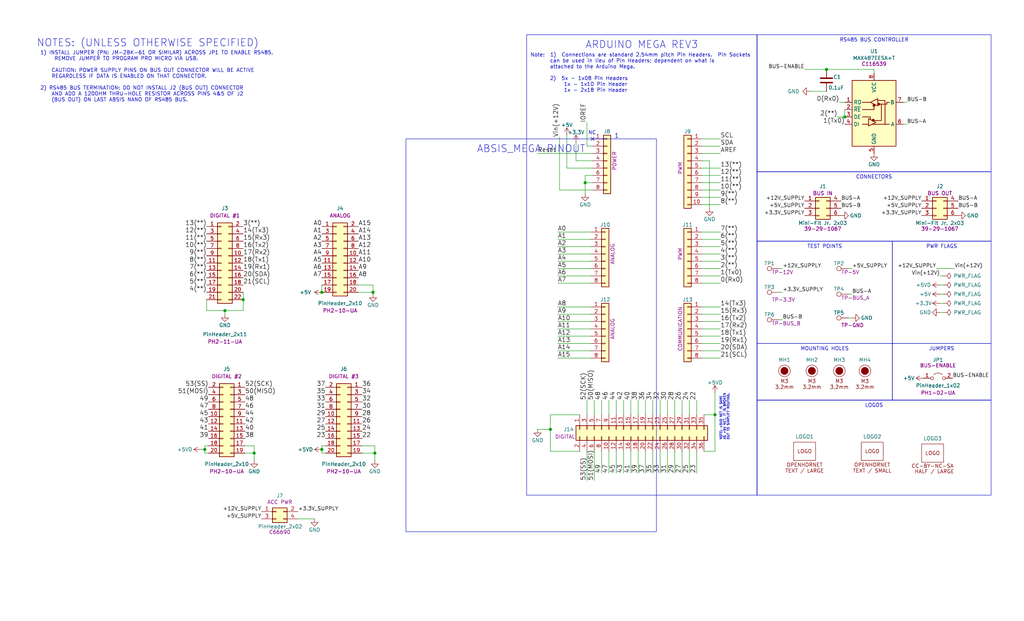
<source format=kicad_sch>
(kicad_sch (version 20231120) (generator "eeschema") (generator_version "8.0")
  (paper "USLegal")
  (title_block (title "ABSIS MEGA 2.0") (date "2023-05-15") (rev "2") (company "www.openhornet.com") (comment 1 "License:  CC BY-NC-SA"))
  (junction (at 78.105 107.95))
  (junction (at 130.175 157.48))
  (junction (at 129.54 101.6))
  (junction (at 203.2 63.5))
  (junction (at 111.76 156.21))
  (junction (at 71.12 156.21))
  (junction (at 293.37 40.64))
  (junction (at 88.265 157.48))
  (junction (at 191.135 149.225))
  (junction (at 84.455 104.14))
  (junction (at 287.02 24.13))
  (junction (at 111.76 101.6))
  (junction (at 248.285 144.145))
  (no_connect (at 205.74 48.26))
  (wire (pts (xy 246.38 55.88) (xy 243.84 55.88)))
  (wire (pts (xy 313.69 35.56) (xy 314.96 35.56)))
  (wire (pts (xy 250.19 85.725) (xy 243.84 85.725)))
  (wire (pts (xy 226.695 144.145) (xy 226.695 139.065)))
  (wire (pts (xy 236.855 144.145) (xy 236.855 139.065)))
  (wire (pts (xy 234.315 144.145) (xy 234.315 139.065)))
  (wire (pts (xy 250.19 111.76) (xy 243.84 111.76)))
  (wire (pts (xy 205.105 95.885) (xy 193.675 95.885)))
  (wire (pts (xy 208.915 144.145) (xy 208.915 139.065)))
  (wire (pts (xy 287.02 24.13) (xy 303.53 24.13)))
  (wire (pts (xy 290.83 40.64) (xy 293.37 40.64)))
  (wire (pts (xy 113.03 154.94) (xy 111.76 154.94)))
  (wire (pts (xy 193.675 88.265) (xy 205.105 88.265)))
  (wire (pts (xy 224.155 156.845) (xy 224.155 164.465)))
  (wire (pts (xy 224.155 144.145) (xy 224.155 139.065)))
  (wire (pts (xy 243.84 109.22) (xy 250.19 109.22)))
  (wire (pts (xy 241.935 156.845) (xy 241.935 164.465)))
  (wire (pts (xy 216.535 144.145) (xy 216.535 139.065)))
  (wire (pts (xy 88.265 157.48) (xy 88.265 160.02)))
  (wire (pts (xy 325.12 93.345) (xy 331.47 93.345)))
  (wire (pts (xy 250.19 80.645) (xy 243.84 80.645)))
  (wire (pts (xy 294.64 110.49) (xy 295.91 110.49)))
  (wire (pts (xy 206.375 156.845) (xy 206.375 167.005)))
  (wire (pts (xy 205.74 66.04) (xy 194.31 66.04)))
  (wire (pts (xy 71.12 154.94) (xy 72.39 154.94)))
  (wire (pts (xy 243.84 98.425) (xy 250.19 98.425)))
  (wire (pts (xy 243.84 119.38) (xy 250.19 119.38)))
  (wire (pts (xy 221.615 144.145) (xy 221.615 139.065)))
  (wire (pts (xy 303.53 24.13) (xy 303.53 25.4)))
  (wire (pts (xy 213.995 144.145) (xy 213.995 139.065)))
  (wire (pts (xy 205.105 80.645) (xy 193.675 80.645)))
  (wire (pts (xy 196.85 46.99) (xy 196.85 58.42)))
  (wire (pts (xy 193.675 98.425) (xy 205.105 98.425)))
  (wire (pts (xy 129.54 101.6) (xy 129.54 102.235)))
  (wire (pts (xy 111.76 99.06) (xy 111.76 101.6)))
  (wire (pts (xy 291.465 35.56) (xy 293.37 35.56)))
  (wire (pts (xy 250.19 60.96) (xy 243.84 60.96)))
  (wire (pts (xy 205.105 85.725) (xy 193.675 85.725)))
  (wire (pts (xy 201.295 156.845) (xy 191.135 156.845)))
  (wire (pts (xy 194.31 66.04) (xy 194.31 47.625)))
  (wire (pts (xy 239.395 144.145) (xy 239.395 139.065)))
  (wire (pts (xy 84.455 107.95) (xy 78.105 107.95)))
  (wire (pts (xy 130.175 154.94) (xy 130.175 157.48)))
  (wire (pts (xy 293.37 38.1) (xy 293.37 40.64)))
  (wire (pts (xy 208.915 156.845) (xy 208.915 164.465)))
  (wire (pts (xy 219.075 144.145) (xy 219.075 139.065)))
  (wire (pts (xy 248.285 144.145) (xy 248.285 156.845)))
  (wire (pts (xy 243.84 124.46) (xy 250.19 124.46)))
  (wire (pts (xy 243.84 48.26) (xy 250.19 48.26)))
  (wire (pts (xy 221.615 156.845) (xy 221.615 164.465)))
  (wire (pts (xy 326.39 99.06) (xy 327.66 99.06)))
  (wire (pts (xy 205.105 106.68) (xy 193.675 106.68)))
  (wire (pts (xy 111.76 156.21) (xy 111.76 157.48)))
  (wire (pts (xy 193.675 114.3) (xy 205.105 114.3)))
  (wire (pts (xy 71.12 157.48) (xy 71.12 156.21)))
  (wire (pts (xy 203.835 144.145) (xy 203.835 139.065)))
  (wire (pts (xy 193.675 109.22) (xy 205.105 109.22)))
  (wire (pts (xy 229.235 156.845) (xy 229.235 164.465)))
  (wire (pts (xy 186.69 149.225) (xy 191.135 149.225)))
  (wire (pts (xy 294.64 102.235) (xy 295.91 102.235)))
  (wire (pts (xy 248.285 136.525) (xy 248.285 144.145)))
  (wire (pts (xy 193.675 124.46) (xy 205.105 124.46)))
  (wire (pts (xy 216.535 156.845) (xy 216.535 164.465)))
  (wire (pts (xy 326.39 95.885) (xy 327.66 95.885)))
  (wire (pts (xy 231.775 144.145) (xy 231.775 139.065)))
  (wire (pts (xy 205.74 50.8) (xy 203.835 50.8)))
  (wire (pts (xy 243.84 58.42) (xy 250.19 58.42)))
  (wire (pts (xy 193.675 83.185) (xy 205.105 83.185)))
  (wire (pts (xy 243.84 66.04) (xy 250.19 66.04)))
  (wire (pts (xy 129.54 99.06) (xy 129.54 101.6)))
  (wire (pts (xy 243.84 88.265) (xy 250.19 88.265)))
  (wire (pts (xy 124.46 99.06) (xy 129.54 99.06)))
  (wire (pts (xy 281.305 31.75) (xy 287.02 31.75)))
  (wire (pts (xy 250.19 95.885) (xy 243.84 95.885)))
  (wire (pts (xy 231.775 156.845) (xy 231.775 164.465)))
  (wire (pts (xy 200.025 55.88) (xy 205.74 55.88)))
  (wire (pts (xy 88.265 157.48) (xy 85.09 157.48)))
  (wire (pts (xy 243.84 53.34) (xy 250.19 53.34)))
  (wire (pts (xy 295.91 93.345) (xy 294.64 93.345)))
  (wire (pts (xy 111.76 157.48) (xy 113.03 157.48)))
  (wire (pts (xy 270.51 101.6) (xy 271.78 101.6)))
  (wire (pts (xy 248.285 144.145) (xy 244.475 144.145)))
  (wire (pts (xy 271.78 111.125) (xy 270.51 111.125)))
  (wire (pts (xy 239.395 156.845) (xy 239.395 164.465)))
  (wire (pts (xy 243.84 83.185) (xy 250.19 83.185)))
  (wire (pts (xy 250.19 90.805) (xy 243.84 90.805)))
  (wire (pts (xy 241.935 144.145) (xy 241.935 139.065)))
  (wire (pts (xy 85.09 154.94) (xy 88.265 154.94)))
  (wire (pts (xy 84.455 104.14) (xy 84.455 107.95)))
  (wire (pts (xy 234.315 156.845) (xy 234.315 164.465)))
  (wire (pts (xy 203.2 60.96) (xy 203.2 63.5)))
  (wire (pts (xy 129.54 101.6) (xy 124.46 101.6)))
  (wire (pts (xy 243.84 63.5) (xy 250.19 63.5)))
  (wire (pts (xy 191.135 149.225) (xy 191.135 156.845)))
  (wire (pts (xy 211.455 156.845) (xy 211.455 164.465)))
  (wire (pts (xy 250.19 50.8) (xy 243.84 50.8)))
  (wire (pts (xy 205.105 121.92) (xy 193.675 121.92)))
  (wire (pts (xy 314.96 43.18) (xy 313.69 43.18)))
  (wire (pts (xy 243.84 71.12) (xy 250.19 71.12)))
  (wire (pts (xy 213.995 156.845) (xy 213.995 164.465)))
  (wire (pts (xy 205.105 90.805) (xy 193.675 90.805)))
  (wire (pts (xy 236.855 156.845) (xy 236.855 164.465)))
  (wire (pts (xy 203.835 50.8) (xy 203.835 42.545)))
  (wire (pts (xy 205.105 116.84) (xy 193.675 116.84)))
  (wire (pts (xy 250.19 116.84) (xy 243.84 116.84)))
  (wire (pts (xy 201.295 144.145) (xy 191.135 144.145)))
  (wire (pts (xy 211.455 144.145) (xy 211.455 139.065)))
  (wire (pts (xy 200.025 55.88) (xy 200.025 49.53)))
  (wire (pts (xy 243.84 93.345) (xy 250.19 93.345)))
  (wire (pts (xy 205.105 111.76) (xy 193.675 111.76)))
  (wire (pts (xy 78.105 107.95) (xy 71.755 107.95)))
  (wire (pts (xy 219.075 156.845) (xy 219.075 164.465)))
  (wire (pts (xy 191.135 144.145) (xy 191.135 149.225)))
  (wire (pts (xy 226.695 156.845) (xy 226.695 164.465)))
  (wire (pts (xy 326.39 105.41) (xy 327.66 105.41)))
  (wire (pts (xy 71.12 156.21) (xy 71.12 154.94)))
  (wire (pts (xy 250.19 121.92) (xy 243.84 121.92)))
  (wire (pts (xy 279.4 24.13) (xy 287.02 24.13)))
  (wire (pts (xy 326.39 102.235) (xy 327.66 102.235)))
  (wire (pts (xy 193.675 93.345) (xy 205.105 93.345)))
  (wire (pts (xy 243.84 114.3) (xy 250.19 114.3)))
  (wire (pts (xy 111.76 154.94) (xy 111.76 156.21)))
  (wire (pts (xy 205.74 63.5) (xy 203.2 63.5)))
  (wire (pts (xy 203.2 63.5) (xy 203.2 67.31)))
  (wire (pts (xy 205.74 60.96) (xy 203.2 60.96)))
  (wire (pts (xy 229.235 144.145) (xy 229.235 139.065)))
  (wire (pts (xy 71.12 156.21) (xy 69.85 156.21)))
  (wire (pts (xy 250.19 68.58) (xy 243.84 68.58)))
  (wire (pts (xy 125.73 154.94) (xy 130.175 154.94)))
  (wire (pts (xy 71.755 107.95) (xy 71.755 104.14)))
  (wire (pts (xy 246.38 72.39) (xy 246.38 55.88)))
  (wire (pts (xy 326.39 108.585) (xy 327.66 108.585)))
  (wire (pts (xy 206.375 144.145) (xy 206.375 139.065)))
  (wire (pts (xy 84.455 101.6) (xy 84.455 104.14)))
  (wire (pts (xy 72.39 157.48) (xy 71.12 157.48)))
  (wire (pts (xy 196.85 58.42) (xy 205.74 58.42)))
  (wire (pts (xy 130.175 157.48) (xy 130.175 160.02)))
  (wire (pts (xy 109.22 180.34) (xy 103.505 180.34)))
  (wire (pts (xy 78.105 107.95) (xy 78.105 109.22)))
  (wire (pts (xy 193.675 119.38) (xy 205.105 119.38)))
  (wire (pts (xy 248.285 156.845) (xy 244.475 156.845)))
  (wire (pts (xy 130.175 157.48) (xy 125.73 157.48)))
  (wire (pts (xy 270.51 93.345) (xy 271.78 93.345)))
  (wire (pts (xy 203.835 156.845) (xy 203.835 167.005)))
  (wire (pts (xy 88.265 154.94) (xy 88.265 157.48)))
  (wire (pts (xy 186.69 53.34) (xy 205.74 53.34)))
  (wire (pts (xy 250.19 106.68) (xy 243.84 106.68)))
  (text_box "PWR FLAGS" (at 309.88 83.82 0) (size 34.29 35.56) (effects (font (size 1.27 1.27)) (justify top)))
  (text_box "ABSIS_MEGA PINOUT" (at 140.97 48.26 0) (size 86.995 136.525) (effects (font (size 2.5 2.5)) (justify top)))
  (text_box "TEST POINTS" (at 262.89 83.82 0) (size 46.99 35.56) (effects (font (size 1.27 1.27)) (justify top)))
  (text_box "RS485 BUS CONTROLLER" (at 262.89 12.065 0) (size 81.28 47.625) (effects (font (size 1.27 1.27)) (justify top)))
  (text_box "MOUNTING HOLES" (at 262.89 119.38 0) (size 46.99 19.685) (effects (font (size 1.27 1.27)) (justify top)))
  (text_box "CONNECTORS" (at 262.89 59.69 0) (size 81.28 24.13) (effects (font (size 1.27 1.27)) (justify top)))
  (text_box "LOGOS" (at 262.89 139.065 0) (size 81.28 33.02) (effects (font (size 1.27 1.27)) (justify top)))
  (text_box "JUMPERS" (at 309.88 119.38 0) (size 34.29 19.685) (effects (font (size 1.27 1.27)) (justify top)))
  (text_box "ARDUINO MEGA REV3" (at 182.88 12.065 0) (size 80.01 160.02) (effects (font (size 2.5 2.5)) (justify top)))
  (text "NC" (at 207.01 46.99 0) (effects (font (size 1.27 1.27)) (justify right bottom)))
  (text "1) INSTALL JUMPER (PN: JM-2BK-61 OR SIMILAR) ACROSS JP1 TO ENABLE RS485.\n     REMOVE JUMPER TO PROGRAM PRO MICRO VIA USB.\n\n    CAUTION: POWER SUPPLY PINS ON BUS OUT CONNECTOR WILL BE ACTIVE \n    REGARDLESS IF DATA IS ENABLED ON THAT CONNECTOR.\n\n2) RS485 BUS TERMINATION: DO NOT INSTALL J2 (BUS OUT) CONNECTOR \n    AND ADD A 120OHM THRU-HOLE RESISTOR ACROSS PINS 4&5 OF J2 \n    (BUS OUT) ON LAST ABSIS NANO OF RS485 BUS." (at 13.97 35.56 0) (effects (font (size 1.27 1.27)) (justify left bottom)))
  (text "NOTES: (UNLESS OTHERWISE SPECIFIED)" (at 12.7 16.51 0) (effects (font (size 2.54 2.54)) (justify left bottom)))
  (text "Note:  1)  Connections are standard 2.54mm pitch Pin Headers.  Pin Sockets\n       can be used in lieu of Pin Headers; dependent on what is\n       attached to the Arduino Mega.\n\n       2)  5x - 1x08 Pin Headers\n            1x - 1x10 Pin Header\n            1x - 2x18 Pin Header\n     " (at 184.15 34.29 0) (effects (font (size 1.27 1.27)) (justify left bottom)))
  (text "1" (at 213.36 48.26 0) (effects (font (size 1.524 1.524)) (justify left bottom)))
  (text "NOTE: +5VD NET IS SAME \nAS +5V NET. IT IS BROKEN \nOUT TO SIMPLIFY ROUTING." (at 253.365 153.035 90) (effects (font (size 0.7874 0.7874)) (justify left bottom)))
  (label "Reset" (at 186.69 53.34 0) (effects (font (size 1.524 1.524))))
  (label "36" (at 125.73 134.62 0) (effects (font (size 1.524 1.524))))
  (label "SDA" (at 250.19 50.8 0) (effects (font (size 1.524 1.524))))
  (label "+3.3V_SUPPLY" (at 279.4 74.93 180))
  (label "17(Rx2)" (at 84.455 88.9 0) (effects (font (size 1.524 1.524))))
  (label "51(MOSI)" (at 206.375 167.005 90) (effects (font (size 1.524 1.524))))
  (label "8(**)" (at 71.755 91.44 180) (effects (font (size 1.524 1.524))))
  (label "A7" (at 193.675 98.425 0) (effects (font (size 1.524 1.524))))
  (label "7(**)" (at 250.19 80.645 0) (effects (font (size 1.524 1.524))))
  (label "+12V_SUPPLY" (at 325.12 93.345 180))
  (label "40" (at 85.09 149.86 0) (effects (font (size 1.524 1.524))))
  (label "36" (at 224.155 139.065 90) (effects (font (size 1.524 1.524))))
  (label "47" (at 211.455 164.465 90) (effects (font (size 1.524 1.524))))
  (label "7(**)" (at 71.755 93.98 180) (effects (font (size 1.524 1.524))))
  (label "10(**)" (at 250.19 66.04 0) (effects (font (size 1.524 1.524))))
  (label "15(Rx3)" (at 250.19 109.22 0) (effects (font (size 1.524 1.524))))
  (label "53(SS)" (at 203.835 167.005 90) (effects (font (size 1.524 1.524))))
  (label "4(**)" (at 250.19 88.265 0) (effects (font (size 1.524 1.524))))
  (label "9(**)" (at 71.755 88.9 180) (effects (font (size 1.524 1.524))))
  (label "4(**)" (at 71.755 101.6 180) (effects (font (size 1.524 1.524))))
  (label "13(**)" (at 71.755 78.74 180) (effects (font (size 1.524 1.524))))
  (label "A5" (at 111.76 91.44 180) (effects (font (size 1.524 1.524))))
  (label "22" (at 241.935 139.065 90) (effects (font (size 1.524 1.524))))
  (label "A2" (at 193.675 85.725 0) (effects (font (size 1.524 1.524))))
  (label "28" (at 125.73 144.78 0) (effects (font (size 1.524 1.524))))
  (label "A13" (at 124.46 83.82 0) (effects (font (size 1.524 1.524))))
  (label "45" (at 213.995 164.465 90) (effects (font (size 1.524 1.524))))
  (label "1(Tx0)" (at 250.19 95.885 0) (effects (font (size 1.524 1.524))))
  (label "42" (at 85.09 147.32 0) (effects (font (size 1.524 1.524))))
  (label "35" (at 226.695 164.465 90) (effects (font (size 1.524 1.524))))
  (label "23" (at 113.03 152.4 180) (effects (font (size 1.524 1.524))))
  (label "52(SCK)" (at 203.835 139.065 90) (effects (font (size 1.524 1.524))))
  (label "19(Rx1)" (at 250.19 119.38 0) (effects (font (size 1.524 1.524))))
  (label "32" (at 229.235 139.065 90) (effects (font (size 1.524 1.524))))
  (label "0(Rx0)" (at 291.465 35.56 180) (effects (font (size 1.524 1.524))))
  (label "A1" (at 111.76 81.28 180) (effects (font (size 1.524 1.524))))
  (label "BUS-B" (at 292.1 72.39 0))
  (label "50(MISO)" (at 85.09 137.16 0) (effects (font (size 1.524 1.524))))
  (label "A8" (at 193.675 106.68 0) (effects (font (size 1.524 1.524))))
  (label "38" (at 85.09 152.4 0) (effects (font (size 1.524 1.524))))
  (label "26" (at 125.73 147.32 0) (effects (font (size 1.524 1.524))))
  (label "A8" (at 124.46 96.52 0) (effects (font (size 1.524 1.524))))
  (label "34" (at 125.73 137.16 0) (effects (font (size 1.524 1.524))))
  (label "BUS-ENABLE" (at 279.4 24.13 180))
  (label "0(Rx0)" (at 250.19 98.425 0) (effects (font (size 1.524 1.524))))
  (label "49" (at 72.39 139.7 180) (effects (font (size 1.524 1.524))))
  (label "A6" (at 111.76 93.98 180) (effects (font (size 1.524 1.524))))
  (label "38" (at 221.615 139.065 90) (effects (font (size 1.524 1.524))))
  (label "33" (at 113.03 139.7 180) (effects (font (size 1.524 1.524))))
  (label "A5" (at 193.675 93.345 0) (effects (font (size 1.524 1.524))))
  (label "6(**)" (at 71.755 96.52 180) (effects (font (size 1.524 1.524))))
  (label "31" (at 231.775 164.465 90) (effects (font (size 1.524 1.524))))
  (label "39" (at 72.39 152.4 180) (effects (font (size 1.524 1.524))))
  (label "17(Rx2)" (at 250.19 114.3 0) (effects (font (size 1.524 1.524))))
  (label "5(**)" (at 71.755 99.06 180) (effects (font (size 1.524 1.524))))
  (label "+3.3V_SUPPLY" (at 320.04 74.93 180))
  (label "Vin(+12V)" (at 326.39 95.885 180))
  (label "18(Tx1)" (at 84.455 91.44 0) (effects (font (size 1.524 1.524))))
  (label "37" (at 224.155 164.465 90) (effects (font (size 1.524 1.524))))
  (label "Vin(+12V)" (at 194.31 47.625 90) (effects (font (size 1.524 1.524))))
  (label "SCL" (at 250.19 48.26 0) (effects (font (size 1.524 1.524))))
  (label "24" (at 125.73 149.86 0) (effects (font (size 1.524 1.524))))
  (label "32" (at 125.73 139.7 0) (effects (font (size 1.524 1.524))))
  (label "5(**)" (at 250.19 85.725 0) (effects (font (size 1.524 1.524))))
  (label "43" (at 72.39 147.32 180) (effects (font (size 1.524 1.524))))
  (label "A11" (at 193.675 114.3 0) (effects (font (size 1.524 1.524))))
  (label "52(SCK)" (at 85.09 134.62 0) (effects (font (size 1.524 1.524))))
  (label "A3" (at 193.675 88.265 0) (effects (font (size 1.524 1.524))))
  (label "A14" (at 193.675 121.92 0) (effects (font (size 1.524 1.524))))
  (label "11(**)" (at 71.755 83.82 180) (effects (font (size 1.524 1.524))))
  (label "25" (at 113.03 149.86 180) (effects (font (size 1.524 1.524))))
  (label "19(Rx1)" (at 84.455 93.98 0) (effects (font (size 1.524 1.524))))
  (label "A3" (at 111.76 86.36 180) (effects (font (size 1.524 1.524))))
  (label "41" (at 72.39 149.86 180) (effects (font (size 1.524 1.524))))
  (label "46" (at 85.09 142.24 0) (effects (font (size 1.524 1.524))))
  (label "+5V_SUPPLY" (at 279.4 72.39 180))
  (label "44" (at 85.09 144.78 0) (effects (font (size 1.524 1.524))))
  (label "12(**)" (at 250.19 60.96 0) (effects (font (size 1.524 1.524))))
  (label "50(MISO)" (at 206.375 139.065 90) (effects (font (size 1.524 1.524))))
  (label "2(**)" (at 290.83 40.64 180) (effects (font (size 1.524 1.524))))
  (label "2(**)" (at 250.19 93.345 0) (effects (font (size 1.524 1.524))))
  (label "14(Tx3)" (at 250.19 106.68 0) (effects (font (size 1.524 1.524))))
  (label "A7" (at 111.76 96.52 180) (effects (font (size 1.524 1.524))))
  (label "A6" (at 193.675 95.885 0) (effects (font (size 1.524 1.524))))
  (label "BUS-B" (at 332.74 72.39 0))
  (label "16(Tx2)" (at 84.455 86.36 0) (effects (font (size 1.524 1.524))))
  (label "27" (at 236.855 164.465 90) (effects (font (size 1.524 1.524))))
  (label "IOREF" (at 203.835 42.545 90) (effects (font (size 1.524 1.524))))
  (label "53(SS)" (at 72.39 134.62 180) (effects (font (size 1.524 1.524))))
  (label "BUS-B" (at 314.96 35.56 0))
  (label "AREF" (at 250.19 53.34 0) (effects (font (size 1.524 1.524))))
  (label "33" (at 229.235 164.465 90) (effects (font (size 1.524 1.524))))
  (label "44" (at 213.995 139.065 90) (effects (font (size 1.524 1.524))))
  (label "22" (at 125.73 152.4 0) (effects (font (size 1.524 1.524))))
  (label "+12V_SUPPLY" (at 271.78 93.345 0))
  (label "1(Tx0)" (at 293.37 43.18 180) (effects (font (size 1.524 1.524))))
  (label "29" (at 113.03 144.78 180) (effects (font (size 1.524 1.524))))
  (label "BUS-ENABLE" (at 330.835 131.445 0))
  (label "A15" (at 124.46 78.74 0) (effects (font (size 1.524 1.524))))
  (label "A12" (at 193.675 116.84 0) (effects (font (size 1.524 1.524))))
  (label "21(SCL)" (at 250.19 124.46 0) (effects (font (size 1.524 1.524))))
  (label "12(**)" (at 71.755 81.28 180) (effects (font (size 1.524 1.524))))
  (label "42" (at 216.535 139.065 90) (effects (font (size 1.524 1.524))))
  (label "26" (at 236.855 139.065 90) (effects (font (size 1.524 1.524))))
  (label "+3.3V_SUPPLY" (at 103.505 177.8 0))
  (label "24" (at 239.395 139.065 90) (effects (font (size 1.524 1.524))))
  (label "21(SCL)" (at 84.455 99.06 0) (effects (font (size 1.524 1.524))))
  (label "Vin(+12V)" (at 331.47 93.345 0))
  (label "3(**)" (at 84.455 78.74 0) (effects (font (size 1.524 1.524))))
  (label "34" (at 226.695 139.065 90) (effects (font (size 1.524 1.524))))
  (label "39" (at 221.615 164.465 90) (effects (font (size 1.524 1.524))))
  (label "+12V_SUPPLY" (at 90.805 177.8 180))
  (label "45" (at 72.39 144.78 180) (effects (font (size 1.524 1.524))))
  (label "A9" (at 193.675 109.22 0) (effects (font (size 1.524 1.524))))
  (label "9(**)" (at 250.19 68.58 0) (effects (font (size 1.524 1.524))))
  (label "37" (at 113.03 134.62 180) (effects (font (size 1.524 1.524))))
  (label "A14" (at 124.46 81.28 0) (effects (font (size 1.524 1.524))))
  (label "20(SDA)" (at 250.19 121.92 0) (effects (font (size 1.524 1.524))))
  (label "30" (at 231.775 139.065 90) (effects (font (size 1.524 1.524))))
  (label "40" (at 219.075 139.065 90) (effects (font (size 1.524 1.524))))
  (label "13(**)" (at 250.19 58.42 0) (effects (font (size 1.524 1.524))))
  (label "18(Tx1)" (at 250.19 116.84 0) (effects (font (size 1.524 1.524))))
  (label "48" (at 208.915 139.065 90) (effects (font (size 1.524 1.524))))
  (label "A2" (at 111.76 83.82 180) (effects (font (size 1.524 1.524))))
  (label "6(**)" (at 250.19 83.185 0) (effects (font (size 1.524 1.524))))
  (label "14(Tx3)" (at 84.455 81.28 0) (effects (font (size 1.524 1.524))))
  (label "A9" (at 124.46 93.98 0) (effects (font (size 1.524 1.524))))
  (label "A15" (at 193.675 124.46 0) (effects (font (size 1.524 1.524))))
  (label "+5V_SUPPLY" (at 90.805 180.34 180))
  (label "3(**)" (at 250.19 90.805 0) (effects (font (size 1.524 1.524))))
  (label "+3.3V_SUPPLY" (at 271.78 101.6 0))
  (label "BUS-A" (at 314.96 43.18 0))
  (label "30" (at 125.73 142.24 0) (effects (font (size 1.524 1.524))))
  (label "48" (at 85.09 139.7 0) (effects (font (size 1.524 1.524))))
  (label "BUS-A" (at 295.91 102.235 0))
  (label "A0" (at 111.76 78.74 180) (effects (font (size 1.524 1.524))))
  (label "15(Rx3)" (at 84.455 83.82 0) (effects (font (size 1.524 1.524))))
  (label "41" (at 219.075 164.465 90) (effects (font (size 1.524 1.524))))
  (label "+5V_SUPPLY" (at 320.04 72.39 180))
  (label "28" (at 234.315 139.065 90) (effects (font (size 1.524 1.524))))
  (label "25" (at 239.395 164.465 90) (effects (font (size 1.524 1.524))))
  (label "A10" (at 193.675 111.76 0) (effects (font (size 1.524 1.524))))
  (label "46" (at 211.455 139.065 90) (effects (font (size 1.524 1.524))))
  (label "49" (at 208.915 164.465 90) (effects (font (size 1.524 1.524))))
  (label "A1" (at 193.675 83.185 0) (effects (font (size 1.524 1.524))))
  (label "23" (at 241.935 164.465 90) (effects (font (size 1.524 1.524))))
  (label "A4" (at 111.76 88.9 180) (effects (font (size 1.524 1.524))))
  (label "A13" (at 193.675 119.38 0) (effects (font (size 1.524 1.524))))
  (label "+12V_SUPPLY" (at 279.4 69.85 180))
  (label "A4" (at 193.675 90.805 0) (effects (font (size 1.524 1.524))))
  (label "20(SDA)" (at 84.455 96.52 0) (effects (font (size 1.524 1.524))))
  (label "47" (at 72.39 142.24 180) (effects (font (size 1.524 1.524))))
  (label "+5V_SUPPLY" (at 295.91 93.345 0))
  (label "8(**)" (at 250.19 71.12 0) (effects (font (size 1.524 1.524))))
  (label "A10" (at 124.46 91.44 0) (effects (font (size 1.524 1.524))))
  (label "+12V_SUPPLY" (at 320.04 69.85 180))
  (label "16(Tx2)" (at 250.19 111.76 0) (effects (font (size 1.524 1.524))))
  (label "51(MOSI)" (at 72.39 137.16 180) (effects (font (size 1.524 1.524))))
  (label "10(**)" (at 71.755 86.36 180) (effects (font (size 1.524 1.524))))
  (label "31" (at 113.03 142.24 180) (effects (font (size 1.524 1.524))))
  (label "29" (at 234.315 164.465 90) (effects (font (size 1.524 1.524))))
  (label "A12" (at 124.46 86.36 0) (effects (font (size 1.524 1.524))))
  (label "BUS-A" (at 292.1 69.85 0))
  (label "A0" (at 193.675 80.645 0) (effects (font (size 1.524 1.524))))
  (label "35" (at 113.03 137.16 180) (effects (font (size 1.524 1.524))))
  (label "11(**)" (at 250.19 63.5 0) (effects (font (size 1.524 1.524))))
  (label "BUS-B" (at 271.78 111.125 0))
  (label "27" (at 113.03 147.32 180) (effects (font (size 1.524 1.524))))
  (label "43" (at 216.535 164.465 90) (effects (font (size 1.524 1.524))))
  (label "BUS-A" (at 332.74 69.85 0))
  (label "A11" (at 124.46 88.9 0) (effects (font (size 1.524 1.524))))
  (symbol (lib_id "OH_Symbols:Controller_MAX487E") (at 303.53 38.1 0) (unit 1)
    (property "Reference" "U1" (at 303.53 17.78 0))
    (property "Value" "MAX487EESA+T" (at 303.53 20.193 0))
    (property "Footprint" "OH_Footprints:SOIC-8_3.9x4.9mm_P1.27mm" (effects (hide yes)))
    (property "Datasheet" "https://datasheet.lcsc.com/szlcsc/Maxim-Integrated-MAX487EESA-T_C116539.pdf" (effects (hide yes)))
    (property "LCSC" "C116539" (at 303.53 22.225 0))
    (property "Manufacturer PN" "MAX487EESA+T" (effects (hide yes)))
  )
  (symbol (lib_id "OH_Symbols:PinHeader_2x02") (at 95.885 177.8 0) (unit 1)
    (property "Reference" "J7" (at 97.155 172.2882 0))
    (property "Value" "PinHeader_2x02" (at 97.282 183.007 0))
    (property "Footprint" "OH_Footprints:PinHeader_2x02_P2.54mm_Vertical" (effects (hide yes)))
    (property "Datasheet" "https://jlcpcb.com/partdetail/boomele_boom_Precision_elec-C66690/C66690" (effects (hide yes)))
    (property "LCSC" "C66690" (at 97.155 184.912 0))
    (property "Manufacturer PN" "C66690" (effects (hide yes)))
    (property "Silkscreen" "ACC PWR" (at 97.155 174.498 0))
  )
  (symbol (lib_id "power:GND") (at 109.22 180.34 0) (unit 1)
    (property "Reference" "#PWR06" (effects (hide yes)))
    (property "Value" "GND" (at 109.22 184.15 0))
  )
  (symbol (lib_id "OH_Symbols:Capacitor_0805_0.1uF") (at 287.02 27.94 0) (unit 1)
    (property "Reference" "C1" (at 289.3568 26.7716 0) (effects (justify left)))
    (property "Value" "0.1uF" (at 287.655 30.48 0) (effects (justify left)))
    (property "Footprint" "OH_Footprints:C_0805_2012Metric" (effects (hide yes)))
    (property "Datasheet" "https://datasheet.lcsc.com/szlcsc/YAGEO-CChttps://datasheet.lcsc.com/szlcsc/YAGEO-https://datasheet.lcsc.com/szlcsc/YAGEO-CC0805KRX7R9BB104_C49678.pdf" (effects (hide yes)))
    (property "LCSC" "C49678" (effects (hide yes)))
    (property "Manufacturer PN" "CC0805KRX7R9BB104" (effects (hide yes)))
  )
  (symbol (lib_id "power:GND") (at 281.305 31.75 270) (unit 1)
    (property "Reference" "#PWR014" (effects (hide yes)))
    (property "Value" "GND" (at 275.59 31.75 90))
  )
  (symbol (lib_id "OH_Symbols:PinHeader_2x10") (at 116.84 88.9 0) (unit 1)
    (property "Reference" "J4" (at 118.11 72.39 0))
    (property "Value" "PinHeader_2x10" (at 118.11 105.41 0))
    (property "Footprint" "OH_Footprints:PinHeader_2x10_P2.54mm_Vertical" (effects (hide yes)))
    (property "Datasheet" "https://app.adam-tech.com/products/download/data_sheet/202065/ph2-xx-ua-data-sheet.pdf" (effects (hide yes)))
    (property "Manufacturer PN" "PH2-10-UA" (at 118.11 107.95 0))
    (property "Silkscreen" "ANALOG" (at 118.11 74.93 0))
  )
  (symbol (lib_id "power:GND") (at 303.53 53.34 0) (unit 1)
    (property "Reference" "#PWR016" (effects (hide yes)))
    (property "Value" "GND" (at 303.53 57.15 0))
  )
  (symbol (lib_id "OH_Symbols:Molex_Mini-Fit_Jr._2x03") (at 285.75 72.39 0) (unit 1)
    (property "Reference" "J1" (at 285.75 64.77 0))
    (property "Value" "Mini-Fit Jr. 2x03" (at 285.7246 77.5208 0))
    (property "Footprint" "OH_Footprints:Molex_Mini-Fit_Jr_5569-06A1_2x03_P4.20mm_Horizontal" (effects (hide yes)))
    (property "Datasheet" "https://datasheet.lcsc.com/lcsc/2005291105_MOLEX-39299062_C505177.pdf" (effects (hide yes)))
    (property "LCSC" "C589019" (effects (hide yes)))
    (property "Manufacturer PN" "39-29-1067" (at 285.7246 79.5274 0))
    (property "Silkscreen" "BUS IN" (at 285.7246 67.183 0))
  )
  (symbol (lib_id "power:GND") (at 292.1 74.93 90) (unit 1)
    (property "Reference" "#PWR015" (effects (hide yes)))
    (property "Value" "GND" (at 297.18 74.93 90))
  )
  (symbol (lib_id "OH_Symbols:Molex_Mini-Fit_Jr._2x03") (at 326.39 72.39 0) (unit 1)
    (property "Reference" "J2" (at 326.39 64.77 0))
    (property "Value" "Mini-Fit Jr. 2x03" (at 326.3646 77.5208 0))
    (property "Footprint" "OH_Footprints:Molex_Mini-Fit_Jr_5569-06A1_2x03_P4.20mm_Horizontal" (effects (hide yes)))
    (property "Datasheet" "https://datasheet.lcsc.com/lcsc/2005291105_MOLEX-39299062_C505177.pdf" (effects (hide yes)))
    (property "LCSC" "C589019" (effects (hide yes)))
    (property "Manufacturer PN" "39-29-1067" (at 326.3646 79.5274 0))
    (property "Silkscreen" "BUS OUT" (at 326.3646 67.183 0))
  )
  (symbol (lib_id "power:GND") (at 332.74 74.93 90) (unit 1)
    (property "Reference" "#PWR021" (effects (hide yes)))
    (property "Value" "GND" (at 337.82 74.93 90))
  )
  (symbol (lib_id "power:GND") (at 130.175 160.02 0) (unit 1)
    (property "Reference" "#PWR010" (effects (hide yes)))
    (property "Value" "GND" (at 130.175 163.83 0))
  )
  (symbol (lib_id "OH_Symbols:PinHeader_2x10") (at 80.01 144.78 0) (mirror y) (unit 1)
    (property "Reference" "J5" (at 78.74 128.27 0))
    (property "Value" "PinHeader_2x10" (at 78.74 161.29 0))
    (property "Footprint" "OH_Footprints:PinHeader_2x10_P2.54mm_Vertical" (effects (hide yes)))
    (property "Datasheet" "https://app.adam-tech.com/products/download/data_sheet/202065/ph2-xx-ua-data-sheet.pdf" (effects (hide yes)))
    (property "Manufacturer PN" "PH2-10-UA" (at 78.74 163.83 0))
    (property "Silkscreen" "DIGITAL #2" (at 78.74 130.81 0))
  )
  (symbol (lib_id "OH_Symbols:PinHeader_2x11") (at 76.835 91.44 0) (unit 1)
    (property "Reference" "J3" (at 78.105 72.39 0))
    (property "Value" "PinHeader_2x11" (at 78.105 116.205 0))
    (property "Footprint" "OH_Footprints:PinHeader_2x11_P2.54mm_Vertical" (effects (hide yes)))
    (property "Datasheet" "https://app.adam-tech.com/products/download/data_sheet/202065/ph2-xx-ua-data-sheet.pdf" (effects (hide yes)))
    (property "Manufacturer PN" "PH2-11-UA" (at 78.105 118.745 0))
    (property "Silkscreen" "DIGITAL #1" (at 78.105 74.93 0))
  )
  (symbol (lib_id "power:GND") (at 78.105 109.22 0) (unit 1)
    (property "Reference" "#PWR011" (effects (hide yes)))
    (property "Value" "GND" (at 78.105 113.03 0))
  )
  (symbol (lib_id "power:GND") (at 129.54 102.235 0) (unit 1)
    (property "Reference" "#PWR08" (effects (hide yes)))
    (property "Value" "GND" (at 129.54 106.045 0))
  )
  (symbol (lib_id "power:+5V") (at 111.76 101.6 90) (unit 1)
    (property "Reference" "#PWR07" (effects (hide yes)))
    (property "Value" "+5V" (at 106.045 101.6 90))
  )
  (symbol (lib_id "OH_Symbols:PinHeader_2x10") (at 120.65 144.78 0) (mirror y) (unit 1)
    (property "Reference" "J6" (at 119.38 128.27 0))
    (property "Value" "PinHeader_2x10" (at 119.38 161.29 0))
    (property "Footprint" "OH_Footprints:PinHeader_2x10_P2.54mm_Vertical" (effects (hide yes)))
    (property "Datasheet" "https://app.adam-tech.com/products/download/data_sheet/202065/ph2-xx-ua-data-sheet.pdf" (effects (hide yes)))
    (property "Manufacturer PN" "PH2-10-UA" (at 119.38 163.83 0))
    (property "Silkscreen" "DIGITAL #3" (at 119.38 130.81 0))
  )
  (symbol (lib_id "power:GND") (at 88.265 160.02 0) (unit 1)
    (property "Reference" "#PWR0101" (effects (hide yes)))
    (property "Value" "GND" (at 88.265 163.83 0))
  )
  (symbol (lib_id "power:+5VD") (at 111.76 156.21 90) (unit 1)
    (property "Reference" "#PWR0102" (effects (hide yes)))
    (property "Value" "+5VD" (at 106.045 156.21 90))
  )
  (symbol (lib_id "power:+5VD") (at 69.85 156.21 90) (unit 1)
    (property "Reference" "#PWR0103" (effects (hide yes)))
    (property "Value" "+5VD" (at 64.135 156.21 90))
  )
  (symbol (lib_id "OH_Symbols:Jumper_Pin_2_Open") (at 325.755 131.445 0) (unit 1)
    (property "Reference" "JP1" (at 325.755 125.095 0))
    (property "Value" "PinHeader_1x02" (at 325.755 133.985 0))
    (property "Footprint" "OH_Footprints:PinHeader_1x02_P2.54mm_Vertical" (effects (hide yes)))
    (property "Datasheet" "https://app.adam-tech.com/products/download/data_sheet/201605/ph1-xx-ua-data-sheet.pdf" (effects (hide yes)))
    (property "Manufacturer PN" "PH1-02-UA" (at 325.755 136.525 0))
    (property "Silkscreen" "BUS-ENABLE" (at 325.755 127 0))
  )
  (symbol (lib_id "power:+5V") (at 320.675 131.445 90) (unit 1)
    (property "Reference" "#PWR017" (effects (hide yes)))
    (property "Value" "+5V" (at 315.595 131.445 90))
  )
  (symbol (lib_id "OH_Symbols:PinHeader_1x08") (at 210.82 55.88 0) (unit 1)
    (property "Reference" "J8" (at 210.82 45.72 0))
    (property "Value" "PinHeader_1x08" (effects (hide yes)))
    (property "Footprint" "OH_Footprints:PinHeader_1x08_P2.54mm_Vertical" (effects (hide yes)))
    (property "Datasheet" "https://app.adam-tech.com/products/download/data_sheet/202065/ph2-xx-ua-data-sheet.pdf" (effects (hide yes)))
    (property "Manufacturer PN" "PH1-08-UA" (effects (hide yes)))
    (property "Silkscreen" "POWER" (at 213.36 55.88 90))
  )
  (symbol (lib_id "OH_Symbols:PinHeader_1x08") (at 210.185 114.3 0) (unit 1)
    (property "Reference" "J12" (at 210.185 104.14 0))
    (property "Value" "PinHeader_1x08" (effects (hide yes)))
    (property "Footprint" "OH_Footprints:PinHeader_1x08_P2.54mm_Vertical" (effects (hide yes)))
    (property "Datasheet" "https://app.adam-tech.com/products/download/data_sheet/202065/ph2-xx-ua-data-sheet.pdf" (effects (hide yes)))
    (property "Manufacturer PN" "PH1-08-UA" (effects (hide yes)))
    (property "Silkscreen" "ANALOG" (at 212.725 114.3 90))
  )
  (symbol (lib_id "power:PWR_FLAG") (at 327.66 105.41 270) (unit 1)
    (property "Reference" "#FLG09" (effects (hide yes)))
    (property "Value" "PWR_FLAG" (at 335.915 105.41 90))
  )
  (symbol (lib_id "power:GND") (at 203.2 67.31 0) (unit 1)
    (property "Reference" "#PWR03" (effects (hide yes)))
    (property "Value" "GND" (at 203.2 71.12 0))
  )
  (symbol (lib_id "OH_Symbols:TestPoint") (at 294.64 102.235 0) (unit 1) (in_bom no)
    (property "Reference" "TP4" (at 291.338 100.457 0))
    (property "Value" "TestPoint" (effects (hide yes)))
    (property "Footprint" "OH_Footprints:TestPoint_THTPad_D1.5mm_Drill0.7mm" (effects (hide yes)))
    (property "Silkscreen" "TP-BUS_A" (effects (hide yes)))
    (property "Notes" "TP-BUS_A" (at 292.1 103.505 0) (effects (justify left)))
  )
  (symbol (lib_id "OH_Symbols:MountingHole_M3_3.2mm") (at 291.465 128.905 0) (unit 1) (exclude_from_sim yes) (in_bom no)
    (property "Reference" "MH3" (at 291.465 125.095 0))
    (property "Value" "M3 / 3.2mm" (effects (hide yes)))
    (property "Footprint" "OH_Footprints:MountingHole_3.2mm_M3_DIN965" (effects (hide yes)))
  )
  (symbol (lib_id "OH_Symbols:MountingHole_M3_3.2mm") (at 281.94 128.905 0) (unit 1) (exclude_from_sim yes) (in_bom no)
    (property "Reference" "MH2" (at 281.94 125.095 0))
    (property "Value" "M3 / 3.2mm" (effects (hide yes)))
    (property "Footprint" "OH_Footprints:MountingHole_3.2mm_M3_DIN965" (effects (hide yes)))
  )
  (symbol (lib_id "power:+3.3V") (at 200.025 49.53 0) (unit 1)
    (property "Reference" "#PWR02" (effects (hide yes)))
    (property "Value" "+3.3V" (at 200.025 45.974 0))
  )
  (symbol (lib_id "power:+5VD") (at 326.39 99.06 90) (unit 1)
    (property "Reference" "#PWR013" (effects (hide yes)))
    (property "Value" "+5VD" (at 320.675 99.06 90))
  )
  (symbol (lib_id "OH_Symbols:PinHeader_1x08") (at 238.76 114.3 0) (mirror y) (unit 1)
    (property "Reference" "J13" (at 238.76 104.14 0))
    (property "Value" "PinHeader_1x08" (effects (hide yes)))
    (property "Footprint" "OH_Footprints:PinHeader_1x08_P2.54mm_Vertical" (effects (hide yes)))
    (property "Datasheet" "https://app.adam-tech.com/products/download/data_sheet/202065/ph2-xx-ua-data-sheet.pdf" (effects (hide yes)))
    (property "Manufacturer PN" "PH1-08-UA" (effects (hide yes)))
    (property "Silkscreen" "COMMUNICATION" (at 236.22 114.3 90))
  )
  (symbol (lib_id "power:GND") (at 326.39 108.585 270) (unit 1)
    (property "Reference" "#PWR026" (effects (hide yes)))
    (property "Value" "GND" (at 321.31 108.585 90))
  )
  (symbol (lib_id "OH_Symbols:MountingHole_M3_3.2mm") (at 300.355 128.905 0) (unit 1) (exclude_from_sim yes) (in_bom no)
    (property "Reference" "MH4" (at 300.355 125.095 0))
    (property "Value" "M3 / 3.2mm" (effects (hide yes)))
    (property "Footprint" "OH_Footprints:MountingHole_3.2mm_M3_DIN965" (effects (hide yes)))
  )
  (symbol (lib_id "power:GND") (at 186.69 149.225 0) (unit 1)
    (property "Reference" "#PWR09" (effects (hide yes)))
    (property "Value" "GND" (at 186.69 153.035 0))
  )
  (symbol (lib_id "OH_Symbols:TestPoint") (at 294.64 93.345 0) (unit 1) (in_bom no)
    (property "Reference" "TP2" (at 291.338 91.567 0))
    (property "Value" "TestPoint" (effects (hide yes)))
    (property "Footprint" "OH_Footprints:TestPoint_THTPad_D1.5mm_Drill0.7mm" (effects (hide yes)))
    (property "Silkscreen" "TP-5V" (effects (hide yes)))
    (property "Notes" "TP-5V" (at 292.1 94.615 0) (effects (justify left)))
  )
  (symbol (lib_id "OH_Symbols:LOGO_OpenHornet_Text_Large") (at 279.4 165.1 0) (unit 1) (in_bom no)
    (property "Reference" "LOGO1" (at 276.225 151.765 0) (effects (justify left)))
    (property "Value" "LOGO" (effects (hide yes)))
    (property "Footprint" "OH_Footprints:LOGO_OH_Text_Large" (effects (hide yes)))
    (property "Datasheet" "https://www.openhornet.com" (effects (hide yes)))
  )
  (symbol (lib_id "OH_Symbols:PinHeader_2x18") (at 221.615 149.225 90) (mirror x) (unit 1)
    (property "Reference" "J14" (at 197.485 149.225 90))
    (property "Value" "PinHeader_2x18" (effects (hide yes)))
    (property "Footprint" "OH_Footprints:PinHeader_2x18_P2.54mm_Vertical" (effects (hide yes)))
    (property "Datasheet" "https://app.adam-tech.com/products/download/data_sheet/202065/ph2-xx-ua-data-sheet.pdf" (effects (hide yes)))
    (property "Manufacturer PN" "PH2-18-UA" (effects (hide yes)))
    (property "Silkscreen" "DIGITAL" (at 196.215 151.765 90))
  )
  (symbol (lib_id "power:PWR_FLAG") (at 327.66 99.06 270) (unit 1)
    (property "Reference" "#FLG07" (effects (hide yes)))
    (property "Value" "PWR_FLAG" (at 335.915 99.06 90))
  )
  (symbol (lib_id "OH_Symbols:PinHeader_1x08") (at 210.185 88.265 0) (unit 1)
    (property "Reference" "J10" (at 210.185 78.105 0))
    (property "Value" "PinHeader_1x08" (effects (hide yes)))
    (property "Footprint" "OH_Footprints:PinHeader_1x08_P2.54mm_Vertical" (effects (hide yes)))
    (property "Datasheet" "https://app.adam-tech.com/products/download/data_sheet/202065/ph2-xx-ua-data-sheet.pdf" (effects (hide yes)))
    (property "Manufacturer PN" "PH1-08-UA" (effects (hide yes)))
    (property "Silkscreen" "ANALOG" (at 212.725 88.265 90))
  )
  (symbol (lib_id "power:+5V") (at 196.85 46.99 0) (unit 1)
    (property "Reference" "#PWR01" (effects (hide yes)))
    (property "Value" "+5V" (at 196.85 43.434 0))
  )
  (symbol (lib_id "OH_Symbols:PinHeader_1x08") (at 238.76 88.265 0) (mirror y) (unit 1)
    (property "Reference" "J11" (at 238.76 78.105 0))
    (property "Value" "PinHeader_1x08" (effects (hide yes)))
    (property "Footprint" "OH_Footprints:PinHeader_1x08_P2.54mm_Vertical" (effects (hide yes)))
    (property "Datasheet" "https://app.adam-tech.com/products/download/data_sheet/202065/ph2-xx-ua-data-sheet.pdf" (effects (hide yes)))
    (property "Manufacturer PN" "PH1-08-UA" (effects (hide yes)))
    (property "Silkscreen" "PWM" (at 236.22 88.265 90))
  )
  (symbol (lib_id "power:PWR_FLAG") (at 327.66 102.235 270) (unit 1)
    (property "Reference" "#FLG08" (effects (hide yes)))
    (property "Value" "PWR_FLAG" (at 335.915 102.235 90))
  )
  (symbol (lib_id "power:GND") (at 246.38 72.39 0) (unit 1)
    (property "Reference" "#PWR04" (effects (hide yes)))
    (property "Value" "GND" (at 246.38 76.2 0))
  )
  (symbol (lib_id "power:PWR_FLAG") (at 327.66 95.885 270) (unit 1)
    (property "Reference" "#FLG06" (effects (hide yes)))
    (property "Value" "PWR_FLAG" (at 335.915 95.885 90))
  )
  (symbol (lib_id "OH_Symbols:LOGO_License_Half_Large") (at 323.85 165.735 0) (unit 1) (in_bom no)
    (property "Reference" "LOGO3" (at 320.675 152.4 0) (effects (justify left)))
    (property "Value" "LOGO" (effects (hide yes)))
    (property "Footprint" "OH_Footprints:LOGO_CC-BY-NC-SA_Half_Large" (effects (hide yes)))
    (property "Datasheet" "https://creativecommons.org/licenses/by-nc-sa/4.0/" (effects (hide yes)))
  )
  (symbol (lib_id "OH_Symbols:PinHeader_1x10") (at 238.76 58.42 0) (mirror y) (unit 1)
    (property "Reference" "J9" (at 238.76 45.72 0))
    (property "Value" "PinHeader_1x10" (effects (hide yes)))
    (property "Footprint" "OH_Footprints:PinHeader_1x10_P2.54mm_Vertical" (effects (hide yes)))
    (property "Datasheet" "https://app.adam-tech.com/products/download/data_sheet/201605/ph1-xx-ua-data-sheet.pdf" (effects (hide yes)))
    (property "Manufacturer PN" "PH1-10-UA" (effects (hide yes)))
    (property "Silkscreen" "PWM" (at 236.22 58.42 90))
  )
  (symbol (lib_id "OH_Symbols:MountingHole_M3_3.2mm") (at 272.415 128.905 0) (unit 1) (exclude_from_sim yes) (in_bom no)
    (property "Reference" "MH1" (at 272.415 125.095 0))
    (property "Value" "M3 / 3.2mm" (effects (hide yes)))
    (property "Footprint" "OH_Footprints:MountingHole_3.2mm_M3_DIN965" (effects (hide yes)))
  )
  (symbol (lib_id "OH_Symbols:LOGO_OpenHornet_Text_Small") (at 302.895 165.1 0) (unit 1) (in_bom no)
    (property "Reference" "LOGO2" (at 299.72 151.765 0) (effects (justify left)))
    (property "Value" "LOGO" (effects (hide yes)))
    (property "Footprint" "OH_Footprints:LOGO_OH_Text_Small" (effects (hide yes)))
    (property "Datasheet" "https://www.openhornet.com" (effects (hide yes)))
  )
  (symbol (lib_id "power:+5VD") (at 248.285 136.525 0) (unit 1)
    (property "Reference" "#PWR05" (effects (hide yes)))
    (property "Value" "+5VD" (at 248.285 132.969 0))
  )
  (symbol (lib_id "OH_Symbols:TestPoint") (at 270.51 111.125 0) (unit 1) (in_bom no)
    (property "Reference" "TP6" (at 267.208 109.347 0))
    (property "Value" "TestPoint" (effects (hide yes)))
    (property "Footprint" "OH_Footprints:TestPoint_THTPad_D1.5mm_Drill0.7mm" (effects (hide yes)))
    (property "Silkscreen" "TP-BUS_B" (effects (hide yes)))
    (property "Notes" "TP-BUS_B" (at 267.97 112.395 0) (effects (justify left)))
  )
  (symbol (lib_id "power:PWR_FLAG") (at 327.66 108.585 270) (unit 1)
    (property "Reference" "#FLG010" (effects (hide yes)))
    (property "Value" "PWR_FLAG" (at 335.915 108.585 90))
  )
  (symbol (lib_id "OH_Symbols:TestPoint") (at 294.64 110.49 0) (unit 1) (in_bom no)
    (property "Reference" "TP5" (at 291.338 108.712 0))
    (property "Value" "TestPoint" (effects (hide yes)))
    (property "Footprint" "OH_Footprints:TestPoint_THTPad_D1.5mm_Drill0.7mm" (effects (hide yes)))
    (property "Silkscreen" "TP-GND" (effects (hide yes)))
    (property "Notes" "TP-GND" (at 292.1 113.03 0) (effects (justify left)))
  )
  (symbol (lib_id "power:+5V") (at 326.39 102.235 90) (unit 1)
    (property "Reference" "#PWR024" (effects (hide yes)))
    (property "Value" "+5V" (at 321.31 102.235 90))
  )
  (symbol (lib_id "OH_Symbols:TestPoint") (at 270.51 101.6 0) (unit 1) (in_bom no)
    (property "Reference" "TP3" (at 267.208 99.822 0))
    (property "Value" "TestPoint" (effects (hide yes)))
    (property "Footprint" "OH_Footprints:TestPoint_THTPad_D1.5mm_Drill0.7mm" (effects (hide yes)))
    (property "Silkscreen" "TP-3.3V" (effects (hide yes)))
    (property "Notes" "TP-3.3V" (at 267.97 104.14 0) (effects (justify left)))
  )
  (symbol (lib_id "power:+3.3V") (at 326.39 105.41 90) (unit 1)
    (property "Reference" "#PWR025" (effects (hide yes)))
    (property "Value" "+3.3V" (at 320.675 105.41 90))
  )
  (symbol (lib_id "OH_Symbols:TestPoint") (at 270.51 93.345 0) (unit 1) (in_bom no)
    (property "Reference" "TP1" (at 267.208 91.567 0))
    (property "Value" "TestPoint" (effects (hide yes)))
    (property "Footprint" "OH_Footprints:TestPoint_THTPad_D1.5mm_Drill0.7mm" (effects (hide yes)))
    (property "Silkscreen" "TP-12V" (effects (hide yes)))
    (property "Notes" "TP-12V" (at 267.97 94.615 0) (effects (justify left)))
  )
  (symbol (lib_id "power:GND") (at 295.91 110.49 90) (unit 1)
    (property "Reference" "#PWR023" (effects (hide yes)))
    (property "Value" "GND" (at 300.99 110.49 90))
  )
)
</source>
